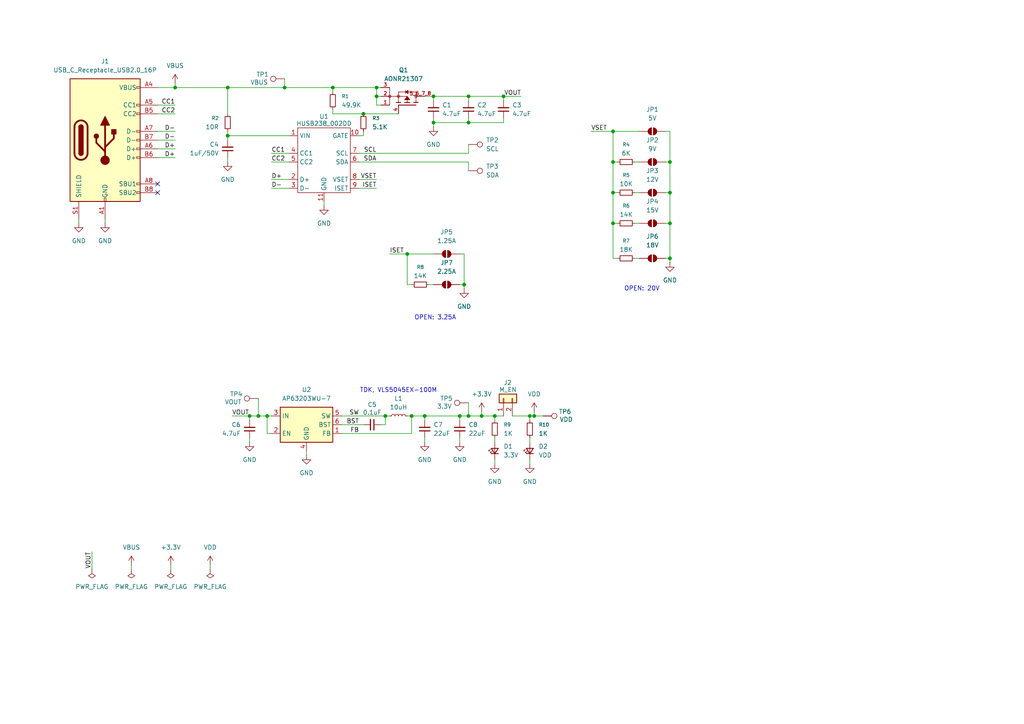
<source format=kicad_sch>
(kicad_sch (version 20250114) (generator "eeschema") (generator_version "9.0")
  (paper "A4")
  (lib_symbols
    (symbol "AONR21307:AONR21307" (pin_names (offset 1.016))
      (property "Reference" "Q" (at 5.08 0.381 0))
      (property "Value" "AONR21307" (at 5.08 -2.159 0))
      (symbol "AONR21307_0_0"
        (polyline (pts (xy 0 5.08) (xy 5.08 5.08)) (stroke (width 0.1524)))
        (polyline (pts (xy 0 -2.54) (xy 0 2.54)) (stroke (width 0.254)))
        (polyline (pts (xy 0.762 2.54) (xy 0.762 3.175)) (stroke (width 0.254)))
        (polyline (pts (xy 0.762 1.905) (xy 0.762 2.54)) (stroke (width 0.254)))
        (polyline (pts (xy 0.762 0) (xy 0.762 0.762)) (stroke (width 0.254)))
        (polyline (pts (xy 0.762 0) (xy 2.54 0)) (stroke (width 0.1524)))
        (polyline (pts (xy 0.762 -0.762) (xy 0.762 0)) (stroke (width 0.254)))
        (polyline (pts (xy 0.762 -2.54) (xy 0.762 -1.905)) (stroke (width 0.254)))
        (polyline (pts (xy 0.762 -2.54) (xy 3.81 -2.54)) (stroke (width 0.1524)))
        (polyline (pts (xy 0.762 -3.175) (xy 0.762 -2.54)) (stroke (width 0.254)))
        (polyline (pts (xy 2.54 5.08) (xy 2.54 2.54)) (stroke (width 0.1524)))
        (circle (center 2.54 5.08) (radius 0.3592))
        (polyline (pts (xy 2.54 2.54) (xy 0.762 2.54)) (stroke (width 0.1524)))
        (polyline (pts (xy 2.54 2.54) (xy 3.81 2.54)) (stroke (width 0.1524)))
        (circle (center 2.54 2.54) (radius 0.3592))
        (polyline (pts (xy 2.54 0) (xy 2.54 2.54)) (stroke (width 0.1524)))
        (polyline (pts (xy 2.54 0) (xy 1.524 0.762) (xy 1.524 -0.762) (xy 2.54 0)) (stroke (width 0.1524)) (fill (type outline)))
        (circle (center 2.54 -2.54) (radius 0.3592))
        (polyline (pts (xy 3.302 0.508) (xy 4.318 0.508)) (stroke (width 0.1524)))
        (polyline (pts (xy 3.81 0.508) (xy 4.318 -0.254) (xy 3.302 -0.254) (xy 3.81 0.508)) (stroke (width 0.1524)) (fill (type outline)))
        (polyline (pts (xy 3.81 -2.54) (xy 3.81 2.54)) (stroke (width 0.1524)))
        (pin passive line (at -2.54 2.54 0) (length 2.54) (name "~") (number "4"))
        (pin passive line (at 0 7.62 270) (length 2.54) (name "~") (number "1"))
        (pin passive line (at 2.54 7.62 270) (length 2.54) (name "~") (number "2"))
        (pin passive line (at 2.54 -5.08 90) (length 2.54) (name "~") (number "5_6_7_8"))
        (pin passive line (at 5.08 7.62 270) (length 2.54) (name "~") (number "3"))
      )
    )
    (symbol "Connector:TestPoint" (pin_numbers (hide yes)) (pin_names (offset 0.762) (hide yes))
      (property "Reference" "TP" (at 0 6.858 0))
      (property "Value" "TestPoint" (at 0 5.08 0))
      (symbol "TestPoint_0_1"
        (circle (center 0 3.302) (radius 0.762))
      )
      (symbol "TestPoint_1_1"
        (pin passive line (at 0 0 90) (length 2.54) (name "1") (number "1"))
      )
    )
    (symbol "Connector:USB_C_Receptacle_USB2.0_16P" (pin_names (offset 1.016))
      (property "Reference" "J" (at 0 22.225 0))
      (property "Value" "USB_C_Receptacle_USB2.0_16P" (at 0 19.685 0))
      (symbol "USB_C_Receptacle_USB2.0_16P_0_0"
        (rectangle (start -0.254 -17.78) (end 0.254 -16.764))
        (rectangle (start 10.16 15.494) (end 9.144 14.986))
        (rectangle (start 10.16 10.414) (end 9.144 9.906))
        (rectangle (start 10.16 7.874) (end 9.144 7.366))
        (rectangle (start 10.16 2.794) (end 9.144 2.286))
        (rectangle (start 10.16 0.254) (end 9.144 -0.254))
        (rectangle (start 10.16 -2.286) (end 9.144 -2.794))
        (rectangle (start 10.16 -4.826) (end 9.144 -5.334))
        (rectangle (start 10.16 -12.446) (end 9.144 -12.954))
        (rectangle (start 10.16 -14.986) (end 9.144 -15.494))
      )
      (symbol "USB_C_Receptacle_USB2.0_16P_0_1"
        (rectangle (start -10.16 17.78) (end 10.16 -17.78) (stroke (width 0.254)) (fill (type background)))
        (polyline (pts (xy -8.89 -3.81) (xy -8.89 3.81)) (stroke (width 0.508)))
        (rectangle (start -7.62 -3.81) (end -6.35 3.81) (stroke (width 0.254)) (fill (type outline)))
        (arc (start -7.62 3.81) (mid -6.985 4.4423) (end -6.35 3.81) (stroke (width 0.254)))
        (arc (start -7.62 3.81) (mid -6.985 4.4423) (end -6.35 3.81) (stroke (width 0.254)) (fill (type outline)))
        (arc (start -8.89 3.81) (mid -6.985 5.7067) (end -5.08 3.81) (stroke (width 0.508)))
        (arc (start -5.08 -3.81) (mid -6.985 -5.7067) (end -8.89 -3.81) (stroke (width 0.508)))
        (arc (start -6.35 -3.81) (mid -6.985 -4.4423) (end -7.62 -3.81) (stroke (width 0.254)))
        (arc (start -6.35 -3.81) (mid -6.985 -4.4423) (end -7.62 -3.81) (stroke (width 0.254)) (fill (type outline)))
        (polyline (pts (xy -5.08 3.81) (xy -5.08 -3.81)) (stroke (width 0.508)))
        (circle (center -2.54 1.143) (radius 0.635) (stroke (width 0.254)) (fill (type outline)))
        (polyline (pts (xy -1.27 4.318) (xy 0 6.858) (xy 1.27 4.318) (xy -1.27 4.318)) (stroke (width 0.254)) (fill (type outline)))
        (polyline (pts (xy 0 -2.032) (xy 2.54 0.508) (xy 2.54 1.778)) (stroke (width 0.508)))
        (polyline (pts (xy 0 -3.302) (xy -2.54 -0.762) (xy -2.54 0.508)) (stroke (width 0.508)))
        (polyline (pts (xy 0 -5.842) (xy 0 4.318)) (stroke (width 0.508)))
        (circle (center 0 -5.842) (radius 1.27) (fill (type outline)))
        (rectangle (start 1.905 1.778) (end 3.175 3.048) (stroke (width 0.254)) (fill (type outline)))
      )
      (symbol "USB_C_Receptacle_USB2.0_16P_1_1"
        (pin passive line (at -7.62 -22.86 90) (length 5.08) (name "SHIELD") (number "S1"))
        (pin passive line (at 0 -22.86 90) (length 5.08) (name "GND") (number "A1"))
        (pin passive line (at 0 -22.86 90) (length 5.08) (hide yes) (name "GND") (number "A12"))
        (pin passive line (at 0 -22.86 90) (length 5.08) (hide yes) (name "GND") (number "B1"))
        (pin passive line (at 0 -22.86 90) (length 5.08) (hide yes) (name "GND") (number "B12"))
        (pin passive line (at 15.24 15.24 180) (length 5.08) (name "VBUS") (number "A4"))
        (pin passive line (at 15.24 15.24 180) (length 5.08) (hide yes) (name "VBUS") (number "A9"))
        (pin passive line (at 15.24 15.24 180) (length 5.08) (hide yes) (name "VBUS") (number "B4"))
        (pin passive line (at 15.24 15.24 180) (length 5.08) (hide yes) (name "VBUS") (number "B9"))
        (pin bidirectional line (at 15.24 10.16 180) (length 5.08) (name "CC1") (number "A5"))
        (pin bidirectional line (at 15.24 7.62 180) (length 5.08) (name "CC2") (number "B5"))
        (pin bidirectional line (at 15.24 2.54 180) (length 5.08) (name "D-") (number "A7"))
        (pin bidirectional line (at 15.24 0 180) (length 5.08) (name "D-") (number "B7"))
        (pin bidirectional line (at 15.24 -2.54 180) (length 5.08) (name "D+") (number "A6"))
        (pin bidirectional line (at 15.24 -5.08 180) (length 5.08) (name "D+") (number "B6"))
        (pin bidirectional line (at 15.24 -12.7 180) (length 5.08) (name "SBU1") (number "A8"))
        (pin bidirectional line (at 15.24 -15.24 180) (length 5.08) (name "SBU2") (number "B8"))
      )
    )
    (symbol "Connector_Generic:Conn_01x02" (pin_names (offset 1.016) (hide yes))
      (property "Reference" "J" (at 0 2.54 0))
      (property "Value" "Conn_01x02" (at 0 -5.08 0))
      (symbol "Conn_01x02_1_1"
        (rectangle (start -1.27 1.27) (end 1.27 -3.81) (stroke (width 0.254)) (fill (type background)))
        (rectangle (start -1.27 0.127) (end 0 -0.127) (stroke (width 0.1524)))
        (rectangle (start -1.27 -2.413) (end 0 -2.667) (stroke (width 0.1524)))
        (pin passive line (at -5.08 0 0) (length 3.81) (name "Pin_1") (number "1"))
        (pin passive line (at -5.08 -2.54 0) (length 3.81) (name "Pin_2") (number "2"))
      )
    )
    (symbol "Device:C_Small" (pin_numbers (hide yes)) (pin_names (offset 0.254) (hide yes))
      (property "Reference" "C" (at 0.254 1.778 0))
      (property "Value" "C_Small" (at 0.254 -2.032 0))
      (symbol "C_Small_0_1"
        (polyline (pts (xy -1.524 0.508) (xy 1.524 0.508)) (stroke (width 0.3048)))
        (polyline (pts (xy -1.524 -0.508) (xy 1.524 -0.508)) (stroke (width 0.3302)))
      )
      (symbol "C_Small_1_1"
        (pin passive line (at 0 2.54 270) (length 2.032) (name "~") (number "1"))
        (pin passive line (at 0 -2.54 90) (length 2.032) (name "~") (number "2"))
      )
    )
    (symbol "Device:LED_Small" (pin_numbers (hide yes)) (pin_names (offset 0.254) (hide yes))
      (property "Reference" "D" (at -1.27 3.175 0))
      (property "Value" "LED_Small" (at -4.445 -2.54 0))
      (symbol "LED_Small_0_1"
        (polyline (pts (xy -0.762 -1.016) (xy -0.762 1.016)) (stroke (width 0.254)))
        (polyline (pts (xy 0 0.762) (xy -0.508 1.27) (xy -0.254 1.27) (xy -0.508 1.27) (xy -0.508 1.016)))
        (polyline (pts (xy 0.508 1.27) (xy 0 1.778) (xy 0.254 1.778) (xy 0 1.778) (xy 0 1.524)))
        (polyline (pts (xy 0.762 -1.016) (xy -0.762 0) (xy 0.762 1.016) (xy 0.762 -1.016)) (stroke (width 0.254)))
        (polyline (pts (xy 1.016 0) (xy -0.762 0)))
      )
      (symbol "LED_Small_1_1"
        (pin passive line (at -2.54 0 0) (length 1.778) (name "K") (number "1"))
        (pin passive line (at 2.54 0 180) (length 1.778) (name "A") (number "2"))
      )
    )
    (symbol "Device:L_Small" (pin_numbers (hide yes)) (pin_names (offset 0.254) (hide yes))
      (property "Reference" "L" (at 0.762 1.016 0))
      (property "Value" "L_Small" (at 0.762 -1.016 0))
      (symbol "L_Small_0_1"
        (arc (start 0 2.032) (mid 0.5058 1.524) (end 0 1.016))
        (arc (start 0 1.016) (mid 0.5058 0.508) (end 0 0))
        (arc (start 0 0) (mid 0.5058 -0.508) (end 0 -1.016))
        (arc (start 0 -1.016) (mid 0.5058 -1.524) (end 0 -2.032))
      )
      (symbol "L_Small_1_1"
        (pin passive line (at 0 2.54 270) (length 0.508) (name "~") (number "1"))
        (pin passive line (at 0 -2.54 90) (length 0.508) (name "~") (number "2"))
      )
    )
    (symbol "Device:R_Small" (pin_numbers (hide yes)) (pin_names (offset 0.254) (hide yes))
      (property "Reference" "R" (at 0 0 90))
      (property "Value" "R_Small" (at 1.778 0 90))
      (symbol "R_Small_0_1"
        (rectangle (start -0.762 1.778) (end 0.762 -1.778) (stroke (width 0.2032)))
      )
      (symbol "R_Small_1_1"
        (pin passive line (at 0 2.54 270) (length 0.762) (name "~") (number "1"))
        (pin passive line (at 0 -2.54 90) (length 0.762) (name "~") (number "2"))
      )
    )
    (symbol "HUSB238_002DD:HUSB238_002DD"
      (property "Reference" "U" (at 0 12.446 0))
      (property "Value" "HUSB238_002DD" (at 0 10.16 0))
      (symbol "HUSB238_002DD_0_1"
        (rectangle (start -7.62 8.636) (end 7.62 -10.16))
      )
      (symbol "HUSB238_002DD_1_1"
        (pin input line (at -10.16 6.35 0) (length 2.54) (name "VIN") (number "1"))
        (pin input line (at -10.16 1.27 0) (length 2.54) (name "CC1") (number "4"))
        (pin input line (at -10.16 -1.27 0) (length 2.54) (name "CC2") (number "5"))
        (pin input line (at -10.16 -6.35 0) (length 2.54) (name "D+") (number "2"))
        (pin input line (at -10.16 -8.89 0) (length 2.54) (name "D-") (number "3"))
        (pin input line (at 0 -12.7 90) (length 2.54) (name "GND") (number "11"))
        (pin input line (at 10.16 6.35 180) (length 2.54) (name "GATE") (number "10"))
        (pin input line (at 10.16 1.27 180) (length 2.54) (name "SCL") (number "7"))
        (pin input line (at 10.16 -1.27 180) (length 2.54) (name "SDA") (number "6"))
        (pin input line (at 10.16 -6.35 180) (length 2.54) (name "VSET") (number "8"))
        (pin input line (at 10.16 -8.89 180) (length 2.54) (name "ISET") (number "9"))
      )
    )
    (symbol "Jumper:SolderJumper_2_Open" (pin_numbers (hide yes)) (pin_names (offset 0) (hide yes)) (in_bom no)
      (property "Reference" "JP" (at 0 2.032 0))
      (property "Value" "SolderJumper_2_Open" (at 0 -2.54 0))
      (symbol "SolderJumper_2_Open_0_1"
        (polyline (pts (xy -0.254 1.016) (xy -0.254 -1.016)))
        (arc (start -0.254 -1.016) (mid -1.2656 0) (end -0.254 1.016))
        (arc (start -0.254 -1.016) (mid -1.2656 0) (end -0.254 1.016) (fill (type outline)))
        (arc (start 0.254 1.016) (mid 1.2656 0) (end 0.254 -1.016))
        (arc (start 0.254 1.016) (mid 1.2656 0) (end 0.254 -1.016) (fill (type outline)))
        (polyline (pts (xy 0.254 1.016) (xy 0.254 -1.016)))
      )
      (symbol "SolderJumper_2_Open_1_1"
        (pin passive line (at -3.81 0 0) (length 2.54) (name "A") (number "1"))
        (pin passive line (at 3.81 0 180) (length 2.54) (name "B") (number "2"))
      )
    )
    (symbol "Regulator_Switching:AP63203WU"
      (property "Reference" "U" (at -7.62 6.35 0))
      (property "Value" "AP63203WU" (at 2.54 6.35 0))
      (symbol "AP63203WU_0_1"
        (rectangle (start -7.62 5.08) (end 7.62 -5.08) (stroke (width 0.254)) (fill (type background)))
      )
      (symbol "AP63203WU_1_1"
        (pin power_in line (at -10.16 2.54 0) (length 2.54) (name "IN") (number "3"))
        (pin input line (at -10.16 -2.54 0) (length 2.54) (name "EN") (number "2"))
        (pin power_in line (at 0 -7.62 90) (length 2.54) (name "GND") (number "4"))
        (pin output line (at 10.16 2.54 180) (length 2.54) (name "SW") (number "5"))
        (pin passive line (at 10.16 0 180) (length 2.54) (name "BST") (number "6"))
        (pin input line (at 10.16 -2.54 180) (length 2.54) (name "FB") (number "1"))
      )
    )
    (symbol "power:+3.3V" (power) (pin_numbers (hide yes)) (pin_names (offset 0) (hide yes))
      (property "Value" "+3.3V" (at 0 3.556 0))
      (symbol "+3.3V_0_1"
        (polyline (pts (xy -0.762 1.27) (xy 0 2.54)))
        (polyline (pts (xy 0 2.54) (xy 0.762 1.27)))
        (polyline (pts (xy 0 0) (xy 0 2.54)))
      )
      (symbol "+3.3V_1_1"
        (pin power_in line (at 0 0 90) (length 0) (name "~") (number "1"))
      )
    )
    (symbol "power:GND" (power) (pin_numbers (hide yes)) (pin_names (offset 0) (hide yes))
      (property "Value" "GND" (at 0 -3.81 0))
      (symbol "GND_0_1"
        (polyline (pts (xy 0 0) (xy 0 -1.27) (xy 1.27 -1.27) (xy 0 -2.54) (xy -1.27 -1.27) (xy 0 -1.27)))
      )
      (symbol "GND_1_1"
        (pin power_in line (at 0 0 270) (length 0) (name "~") (number "1"))
      )
    )
    (symbol "power:PWR_FLAG" (power) (pin_numbers (hide yes)) (pin_names (offset 0) (hide yes))
      (property "Value" "PWR_FLAG" (at 0 3.81 0))
      (symbol "PWR_FLAG_0_0"
        (pin power_out line (at 0 0 90) (length 0) (name "~") (number "1"))
      )
      (symbol "PWR_FLAG_0_1"
        (polyline (pts (xy 0 0) (xy 0 1.27) (xy -1.016 1.905) (xy 0 2.54) (xy 1.016 1.905) (xy 0 1.27)))
      )
    )
    (symbol "power:VBUS" (power) (pin_numbers (hide yes)) (pin_names (offset 0) (hide yes))
      (property "Value" "VBUS" (at 0 3.556 0))
      (symbol "VBUS_0_1"
        (polyline (pts (xy -0.762 1.27) (xy 0 2.54)))
        (polyline (pts (xy 0 2.54) (xy 0.762 1.27)))
        (polyline (pts (xy 0 0) (xy 0 2.54)))
      )
      (symbol "VBUS_1_1"
        (pin power_in line (at 0 0 90) (length 0) (name "~") (number "1"))
      )
    )
    (symbol "power:VDD" (power) (pin_numbers (hide yes)) (pin_names (offset 0) (hide yes))
      (property "Value" "VDD" (at 0 3.556 0))
      (symbol "VDD_0_1"
        (polyline (pts (xy -0.762 1.27) (xy 0 2.54)))
        (polyline (pts (xy 0 2.54) (xy 0.762 1.27)))
        (polyline (pts (xy 0 0) (xy 0 2.54)))
      )
      (symbol "VDD_1_1"
        (pin power_in line (at 0 0 90) (length 0) (name "~") (number "1"))
      )
    )
  )
  (text "OPEN: 20V" (at 186.182 83.82 0) (effects (font (size 1.27 1.27))))
  (text "TDK, VLS5045EX-100M" (at 115.57 113.284 0) (effects (font (size 1.27 1.27))))
  (text "OPEN: 3.25A" (at 126.238 92.202 0) (effects (font (size 1.27 1.27))))
  (junction (at 123.19 120.65))
  (junction (at 118.11 73.66))
  (junction (at 154.94 120.65))
  (junction (at 66.04 39.37))
  (junction (at 50.8 25.4))
  (junction (at 82.55 25.4))
  (junction (at 105.41 33.02))
  (junction (at 77.47 120.65))
  (junction (at 153.67 120.65))
  (junction (at 135.89 120.65))
  (junction (at 194.31 55.88))
  (junction (at 133.35 120.65))
  (junction (at 66.04 25.4))
  (junction (at 177.8 55.88))
  (junction (at 74.93 120.65))
  (junction (at 135.89 35.56))
  (junction (at 143.51 120.65))
  (junction (at 125.73 35.56))
  (junction (at 134.62 82.55))
  (junction (at 111.76 120.65))
  (junction (at 119.38 120.65))
  (junction (at 194.31 46.99))
  (junction (at 125.73 27.94))
  (junction (at 194.31 64.77))
  (junction (at 194.31 74.93))
  (junction (at 72.39 120.65))
  (junction (at 177.8 46.99))
  (junction (at 139.7 120.65))
  (junction (at 109.22 27.94))
  (junction (at 135.89 27.94))
  (junction (at 109.22 25.4))
  (junction (at 177.8 64.77))
  (junction (at 177.8 38.1))
  (junction (at 96.52 25.4))
  (junction (at 146.05 27.94))
  (no_connect (at 45.72 55.88))
  (no_connect (at 45.72 53.34))
  (wire (pts (xy 125.73 34.29) (xy 125.73 35.56)))
  (wire (pts (xy 45.72 43.18) (xy 50.8 43.18)))
  (wire (pts (xy 194.31 74.93) (xy 194.31 76.2)))
  (wire (pts (xy 60.96 163.83) (xy 60.96 165.1)))
  (wire (pts (xy 105.41 38.1) (xy 105.41 39.37)))
  (wire (pts (xy 50.8 25.4) (xy 66.04 25.4)))
  (wire (pts (xy 111.76 123.19) (xy 111.76 120.65)))
  (wire (pts (xy 193.04 74.93) (xy 194.31 74.93)))
  (wire (pts (xy 118.11 73.66) (xy 113.03 73.66)))
  (wire (pts (xy 110.49 123.19) (xy 111.76 123.19)))
  (wire (pts (xy 110.49 30.48) (xy 109.22 30.48)))
  (wire (pts (xy 194.31 55.88) (xy 194.31 64.77)))
  (wire (pts (xy 134.62 73.66) (xy 134.62 82.55)))
  (wire (pts (xy 111.76 120.65) (xy 113.03 120.65)))
  (wire (pts (xy 146.05 35.56) (xy 146.05 34.29)))
  (wire (pts (xy 45.72 38.1) (xy 50.8 38.1)))
  (wire (pts (xy 38.1 163.83) (xy 38.1 165.1)))
  (wire (pts (xy 194.31 46.99) (xy 194.31 55.88)))
  (wire (pts (xy 110.49 27.94) (xy 109.22 27.94)))
  (wire (pts (xy 77.47 125.73) (xy 77.47 120.65)))
  (wire (pts (xy 146.05 27.94) (xy 151.13 27.94)))
  (wire (pts (xy 83.82 46.99) (xy 78.74 46.99)))
  (wire (pts (xy 96.52 33.02) (xy 96.52 31.75)))
  (wire (pts (xy 125.73 35.56) (xy 135.89 35.56)))
  (wire (pts (xy 66.04 39.37) (xy 66.04 40.64)))
  (wire (pts (xy 153.67 127) (xy 153.67 128.27)))
  (wire (pts (xy 179.07 64.77) (xy 177.8 64.77)))
  (wire (pts (xy 45.72 45.72) (xy 50.8 45.72)))
  (wire (pts (xy 143.51 133.35) (xy 143.51 134.62)))
  (wire (pts (xy 45.72 30.48) (xy 50.8 30.48)))
  (wire (pts (xy 177.8 38.1) (xy 185.42 38.1)))
  (wire (pts (xy 135.89 35.56) (xy 146.05 35.56)))
  (wire (pts (xy 99.06 120.65) (xy 111.76 120.65)))
  (wire (pts (xy 26.67 165.1) (xy 26.67 160.02)))
  (wire (pts (xy 118.11 120.65) (xy 119.38 120.65)))
  (wire (pts (xy 125.73 27.94) (xy 125.73 29.21)))
  (wire (pts (xy 99.06 125.73) (xy 119.38 125.73)))
  (wire (pts (xy 125.73 27.94) (xy 135.89 27.94)))
  (wire (pts (xy 153.67 133.35) (xy 153.67 134.62)))
  (wire (pts (xy 119.38 120.65) (xy 119.38 125.73)))
  (wire (pts (xy 134.62 82.55) (xy 134.62 83.82)))
  (wire (pts (xy 133.35 82.55) (xy 134.62 82.55)))
  (wire (pts (xy 72.39 120.65) (xy 72.39 121.92)))
  (wire (pts (xy 153.67 120.65) (xy 153.67 121.92)))
  (wire (pts (xy 154.94 119.38) (xy 154.94 120.65)))
  (wire (pts (xy 177.8 38.1) (xy 177.8 46.99)))
  (wire (pts (xy 179.07 74.93) (xy 177.8 74.93)))
  (wire (pts (xy 193.04 64.77) (xy 194.31 64.77)))
  (wire (pts (xy 96.52 26.67) (xy 96.52 25.4)))
  (wire (pts (xy 50.8 24.13) (xy 50.8 25.4)))
  (wire (pts (xy 104.14 46.99) (xy 135.89 46.99)))
  (wire (pts (xy 49.53 163.83) (xy 49.53 165.1)))
  (wire (pts (xy 105.41 39.37) (xy 104.14 39.37)))
  (wire (pts (xy 177.8 46.99) (xy 177.8 55.88)))
  (wire (pts (xy 83.82 44.45) (xy 78.74 44.45)))
  (wire (pts (xy 154.94 120.65) (xy 157.48 120.65)))
  (wire (pts (xy 77.47 120.65) (xy 78.74 120.65)))
  (wire (pts (xy 193.04 46.99) (xy 194.31 46.99)))
  (wire (pts (xy 194.31 64.77) (xy 194.31 74.93)))
  (wire (pts (xy 184.15 74.93) (xy 185.42 74.93)))
  (wire (pts (xy 171.45 38.1) (xy 177.8 38.1)))
  (wire (pts (xy 133.35 121.92) (xy 133.35 120.65)))
  (wire (pts (xy 83.82 52.07) (xy 78.74 52.07)))
  (wire (pts (xy 133.35 120.65) (xy 123.19 120.65)))
  (wire (pts (xy 154.94 120.65) (xy 153.67 120.65)))
  (wire (pts (xy 135.89 27.94) (xy 135.89 29.21)))
  (wire (pts (xy 143.51 120.65) (xy 139.7 120.65)))
  (wire (pts (xy 83.82 54.61) (xy 78.74 54.61)))
  (wire (pts (xy 72.39 127) (xy 72.39 128.27)))
  (wire (pts (xy 125.73 35.56) (xy 125.73 36.83)))
  (wire (pts (xy 109.22 25.4) (xy 110.49 25.4)))
  (wire (pts (xy 153.67 120.65) (xy 148.59 120.65)))
  (wire (pts (xy 135.89 120.65) (xy 133.35 120.65)))
  (wire (pts (xy 82.55 22.86) (xy 82.55 25.4)))
  (wire (pts (xy 118.11 73.66) (xy 118.11 82.55)))
  (wire (pts (xy 104.14 52.07) (xy 109.22 52.07)))
  (wire (pts (xy 123.19 127) (xy 123.19 128.27)))
  (wire (pts (xy 146.05 120.65) (xy 143.51 120.65)))
  (wire (pts (xy 139.7 119.38) (xy 139.7 120.65)))
  (wire (pts (xy 146.05 27.94) (xy 146.05 29.21)))
  (wire (pts (xy 78.74 125.73) (xy 77.47 125.73)))
  (wire (pts (xy 133.35 73.66) (xy 134.62 73.66)))
  (wire (pts (xy 74.93 120.65) (xy 72.39 120.65)))
  (wire (pts (xy 77.47 120.65) (xy 74.93 120.65)))
  (wire (pts (xy 66.04 25.4) (xy 66.04 33.02)))
  (wire (pts (xy 66.04 45.72) (xy 66.04 46.99)))
  (wire (pts (xy 99.06 123.19) (xy 105.41 123.19)))
  (wire (pts (xy 109.22 30.48) (xy 109.22 27.94)))
  (wire (pts (xy 45.72 25.4) (xy 50.8 25.4)))
  (wire (pts (xy 133.35 127) (xy 133.35 128.27)))
  (wire (pts (xy 82.55 25.4) (xy 96.52 25.4)))
  (wire (pts (xy 88.9 130.81) (xy 88.9 132.08)))
  (wire (pts (xy 45.72 40.64) (xy 50.8 40.64)))
  (wire (pts (xy 93.98 58.42) (xy 93.98 59.69)))
  (wire (pts (xy 143.51 120.65) (xy 143.51 121.92)))
  (wire (pts (xy 105.41 33.02) (xy 115.57 33.02)))
  (wire (pts (xy 96.52 33.02) (xy 105.41 33.02)))
  (wire (pts (xy 104.14 44.45) (xy 135.89 44.45)))
  (wire (pts (xy 194.31 38.1) (xy 194.31 46.99)))
  (wire (pts (xy 135.89 27.94) (xy 146.05 27.94)))
  (wire (pts (xy 184.15 55.88) (xy 185.42 55.88)))
  (wire (pts (xy 74.93 115.57) (xy 74.93 120.65)))
  (wire (pts (xy 66.04 25.4) (xy 82.55 25.4)))
  (wire (pts (xy 22.86 63.5) (xy 22.86 64.77)))
  (wire (pts (xy 135.89 44.45) (xy 135.89 41.91)))
  (wire (pts (xy 184.15 46.99) (xy 185.42 46.99)))
  (wire (pts (xy 179.07 55.88) (xy 177.8 55.88)))
  (wire (pts (xy 66.04 39.37) (xy 83.82 39.37)))
  (wire (pts (xy 139.7 120.65) (xy 135.89 120.65)))
  (wire (pts (xy 66.04 38.1) (xy 66.04 39.37)))
  (wire (pts (xy 193.04 38.1) (xy 194.31 38.1)))
  (wire (pts (xy 119.38 82.55) (xy 118.11 82.55)))
  (wire (pts (xy 179.07 46.99) (xy 177.8 46.99)))
  (wire (pts (xy 96.52 25.4) (xy 109.22 25.4)))
  (wire (pts (xy 109.22 25.4) (xy 109.22 27.94)))
  (wire (pts (xy 124.46 82.55) (xy 125.73 82.55)))
  (wire (pts (xy 193.04 55.88) (xy 194.31 55.88)))
  (wire (pts (xy 72.39 120.65) (xy 67.31 120.65)))
  (wire (pts (xy 184.15 64.77) (xy 185.42 64.77)))
  (wire (pts (xy 135.89 116.84) (xy 135.89 120.65)))
  (wire (pts (xy 143.51 127) (xy 143.51 128.27)))
  (wire (pts (xy 30.48 63.5) (xy 30.48 64.77)))
  (wire (pts (xy 45.72 33.02) (xy 50.8 33.02)))
  (wire (pts (xy 177.8 74.93) (xy 177.8 64.77)))
  (wire (pts (xy 135.89 46.99) (xy 135.89 49.53)))
  (wire (pts (xy 104.14 54.61) (xy 109.22 54.61)))
  (wire (pts (xy 118.11 73.66) (xy 125.73 73.66)))
  (wire (pts (xy 135.89 34.29) (xy 135.89 35.56)))
  (wire (pts (xy 123.19 27.94) (xy 125.73 27.94)))
  (wire (pts (xy 123.19 121.92) (xy 123.19 120.65)))
  (wire (pts (xy 123.19 120.65) (xy 119.38 120.65)))
  (wire (pts (xy 177.8 55.88) (xy 177.8 64.77)))
  (label "CC2" (at 50.8 33.02 180))
  (label "VSET" (at 171.45 38.1 0))
  (label "D+" (at 50.8 45.72 180))
  (label "SDA" (at 109.22 46.99 180))
  (label "D+" (at 78.74 52.07 0))
  (label "ISET" (at 113.03 73.66 0))
  (label "D-" (at 50.8 38.1 180))
  (label "SCL" (at 109.22 44.45 180))
  (label "VOUT" (at 67.31 120.65 0))
  (label "CC2" (at 78.74 46.99 0))
  (label "SW" (at 104.14 120.65 180))
  (label "CC1" (at 50.8 30.48 180))
  (label "VOUT" (at 151.13 27.94 180))
  (label "ISET" (at 109.22 54.61 180))
  (label "D-" (at 78.74 54.61 0))
  (label "BST" (at 104.14 123.19 180))
  (label "D-" (at 50.8 40.64 180))
  (label "CC1" (at 78.74 44.45 0))
  (label "FB" (at 104.14 125.73 180))
  (label "VSET" (at 109.22 52.07 180))
  (label "VOUT" (at 26.67 160.02 270))
  (label "D+" (at 50.8 43.18 180))
  (symbol (lib_id "Jumper:SolderJumper_2_Open") (at 189.23 64.77 0) (unit 1) (in_bom no)
    (property "Reference" "JP4" (at 189.23 58.42 0))
    (property "Value" "15V" (at 189.23 60.96 0))
    (property "Footprint" "Jumper:SolderJumper-2_P1.3mm_Open_RoundedPad1.0x1.5mm" (effects (hide yes)))
    (property "Description" "Solder Jumper, 2-pole, open" (effects (hide yes)))
  )
  (symbol (lib_id "power:GND") (at 134.62 83.82 0) (unit 1)
    (property "Reference" "#PWR08" (effects (hide yes)))
    (property "Value" "GND" (at 134.62 88.9 0))
    (property "Description" "Power symbol creates a global label with name \"GND\" , ground" (effects (hide yes)))
  )
  (symbol (lib_id "Device:R_Small") (at 153.67 124.46 180) (unit 1)
    (property "Reference" "R10" (at 156.21 123.1899 0) (effects (font (size 1.016 1.016)) (justify right)))
    (property "Value" "1K" (at 156.21 125.7299 0) (effects (justify right)))
    (property "Footprint" "Resistor_SMD:R_0603_1608Metric_Pad0.98x0.95mm_HandSolder" (effects (hide yes)))
    (property "Description" "Resistor, small symbol" (effects (hide yes)))
  )
  (symbol (lib_id "Device:R_Small") (at 96.52 29.21 180) (unit 1)
    (property "Reference" "R1" (at 99.06 27.9399 0) (effects (font (size 1.016 1.016)) (justify right)))
    (property "Value" "49.9K" (at 99.06 30.4799 0) (effects (justify right)))
    (property "Footprint" "Resistor_SMD:R_0603_1608Metric_Pad0.98x0.95mm_HandSolder" (effects (hide yes)))
    (property "Description" "Resistor, small symbol" (effects (hide yes)))
  )
  (symbol (lib_id "power:PWR_FLAG") (at 60.96 165.1 180) (unit 1)
    (property "Reference" "#FLG04" (effects (hide yes)))
    (property "Value" "PWR_FLAG" (at 60.96 170.18 0))
    (property "Description" "Special symbol for telling ERC where power comes from" (effects (hide yes)))
  )
  (symbol (lib_id "Device:LED_Small") (at 143.51 130.81 90) (unit 1)
    (property "Reference" "D1" (at 146.05 129.4764 90) (effects (justify right)))
    (property "Value" "3.3V" (at 146.05 132.0164 90) (effects (justify right)))
    (property "Footprint" "LED_SMD:LED_0603_1608Metric_Pad1.05x0.95mm_HandSolder" (effects (hide yes)))
    (property "Description" "Light emitting diode, small symbol" (effects (hide yes)))
    (property "Sim.Pin" "1=K 2=A" (effects (hide yes)))
  )
  (symbol (lib_id "power:PWR_FLAG") (at 26.67 165.1 180) (unit 1)
    (property "Reference" "#FLG01" (effects (hide yes)))
    (property "Value" "PWR_FLAG" (at 26.67 170.18 0))
    (property "Description" "Special symbol for telling ERC where power comes from" (effects (hide yes)))
  )
  (symbol (lib_id "Jumper:SolderJumper_2_Open") (at 129.54 73.66 0) (unit 1) (in_bom no)
    (property "Reference" "JP5" (at 129.54 67.31 0))
    (property "Value" "1.25A" (at 129.54 69.85 0))
    (property "Footprint" "Jumper:SolderJumper-2_P1.3mm_Open_RoundedPad1.0x1.5mm" (effects (hide yes)))
    (property "Description" "Solder Jumper, 2-pole, open" (effects (hide yes)))
  )
  (symbol (lib_id "power:GND") (at 30.48 64.77 0) (unit 1)
    (property "Reference" "#PWR06" (effects (hide yes)))
    (property "Value" "GND" (at 30.48 69.85 0))
    (property "Description" "Power symbol creates a global label with name \"GND\" , ground" (effects (hide yes)))
  )
  (symbol (lib_id "Jumper:SolderJumper_2_Open") (at 129.54 82.55 0) (unit 1) (in_bom no)
    (property "Reference" "JP7" (at 129.54 76.2 0))
    (property "Value" "2.25A" (at 129.54 78.74 0))
    (property "Footprint" "Jumper:SolderJumper-2_P1.3mm_Open_RoundedPad1.0x1.5mm" (effects (hide yes)))
    (property "Description" "Solder Jumper, 2-pole, open" (effects (hide yes)))
  )
  (symbol (lib_id "power:GND") (at 133.35 128.27 0) (unit 1)
    (property "Reference" "#PWR013" (effects (hide yes)))
    (property "Value" "GND" (at 133.35 133.35 0))
    (property "Description" "Power symbol creates a global label with name \"GND\" , ground" (effects (hide yes)))
  )
  (symbol (lib_id "power:VDD") (at 154.94 119.38 0) (unit 1)
    (property "Reference" "#PWR010" (effects (hide yes)))
    (property "Value" "VDD" (at 154.94 114.3 0))
    (property "Description" "Power symbol creates a global label with name \"VDD\"" (effects (hide yes)))
  )
  (symbol (lib_id "Jumper:SolderJumper_2_Open") (at 189.23 55.88 0) (unit 1) (in_bom no)
    (property "Reference" "JP3" (at 189.23 49.53 0))
    (property "Value" "12V" (at 189.23 52.07 0))
    (property "Footprint" "Jumper:SolderJumper-2_P1.3mm_Open_RoundedPad1.0x1.5mm" (effects (hide yes)))
    (property "Description" "Solder Jumper, 2-pole, open" (effects (hide yes)))
  )
  (symbol (lib_id "HUSB238_002DD:HUSB238_002DD") (at 93.98 45.72 0) (unit 1)
    (property "Reference" "U1" (at 93.98 33.782 0))
    (property "Value" "HUSB238_002DD" (at 93.98 35.814 0))
    (property "Footprint" "Package_DFN_QFN:DFN-10-1EP_3x3mm_P0.5mm_EP1.65x2.38mm_ThermalVias" (effects (hide yes)))
  )
  (symbol (lib_id "power:GND") (at 22.86 64.77 0) (unit 1)
    (property "Reference" "#PWR05" (effects (hide yes)))
    (property "Value" "GND" (at 22.86 69.85 0))
    (property "Description" "Power symbol creates a global label with name \"GND\" , ground" (effects (hide yes)))
  )
  (symbol (lib_id "power:GND") (at 123.19 128.27 0) (unit 1)
    (property "Reference" "#PWR012" (effects (hide yes)))
    (property "Value" "GND" (at 123.19 133.35 0))
    (property "Description" "Power symbol creates a global label with name \"GND\" , ground" (effects (hide yes)))
  )
  (symbol (lib_id "Device:C_Small") (at 72.39 124.46 0) (mirror x) (unit 1)
    (property "Reference" "C6" (at 69.85 123.1835 0) (effects (justify right)))
    (property "Value" "4.7uF" (at 69.85 125.7235 0) (effects (justify right)))
    (property "Footprint" "Capacitor_SMD:C_0603_1608Metric_Pad1.08x0.95mm_HandSolder" (effects (hide yes)))
    (property "Description" "Unpolarized capacitor, small symbol" (effects (hide yes)))
  )
  (symbol (lib_id "Connector:TestPoint") (at 157.48 120.65 270) (mirror x) (unit 1)
    (property "Reference" "TP6" (at 162.052 119.38 90) (effects (justify left)))
    (property "Value" "VDD" (at 162.306 121.666 90) (effects (justify left)))
    (property "Footprint" "TestPoint:TestPoint_THTPad_1.0x1.0mm_Drill0.5mm" (effects (hide yes)))
    (property "Description" "test point" (effects (hide yes)))
  )
  (symbol (lib_id "Device:R_Small") (at 181.61 46.99 90) (unit 1)
    (property "Reference" "R4" (at 181.61 41.91 90) (effects (font (size 1.016 1.016))))
    (property "Value" "6K" (at 181.61 44.45 90))
    (property "Footprint" "Resistor_SMD:R_0603_1608Metric_Pad0.98x0.95mm_HandSolder" (effects (hide yes)))
    (property "Description" "Resistor, small symbol" (effects (hide yes)))
  )
  (symbol (lib_id "Device:L_Small") (at 115.57 120.65 90) (unit 1)
    (property "Reference" "L1" (at 115.57 115.57 90))
    (property "Value" "10uH" (at 115.57 118.11 90))
    (property "Footprint" "VLS5045EX-100M:VLS5045EX330M" (effects (hide yes)))
    (property "Description" "Inductor, small symbol" (effects (hide yes)))
  )
  (symbol (lib_id "Device:R_Small") (at 181.61 74.93 90) (unit 1)
    (property "Reference" "R7" (at 181.61 69.85 90) (effects (font (size 1.016 1.016))))
    (property "Value" "18K" (at 181.61 72.39 90))
    (property "Footprint" "Resistor_SMD:R_0603_1608Metric_Pad0.98x0.95mm_HandSolder" (effects (hide yes)))
    (property "Description" "Resistor, small symbol" (effects (hide yes)))
  )
  (symbol (lib_id "Device:C_Small") (at 146.05 31.75 180) (unit 1)
    (property "Reference" "C3" (at 148.59 30.4735 0) (effects (justify right)))
    (property "Value" "4.7uF" (at 148.59 33.0135 0) (effects (justify right)))
    (property "Footprint" "Capacitor_SMD:C_0603_1608Metric_Pad1.08x0.95mm_HandSolder" (effects (hide yes)))
    (property "Description" "Unpolarized capacitor, small symbol" (effects (hide yes)))
  )
  (symbol (lib_id "Device:R_Small") (at 121.92 82.55 90) (unit 1)
    (property "Reference" "R8" (at 121.92 77.47 90) (effects (font (size 1.016 1.016))))
    (property "Value" "14K" (at 121.92 80.01 90))
    (property "Footprint" "Resistor_SMD:R_0603_1608Metric_Pad0.98x0.95mm_HandSolder" (effects (hide yes)))
    (property "Description" "Resistor, small symbol" (effects (hide yes)))
  )
  (symbol (lib_id "power:+3.3V") (at 49.53 163.83 0) (unit 1)
    (property "Reference" "#PWR018" (effects (hide yes)))
    (property "Value" "+3.3V" (at 49.53 158.75 0))
    (property "Description" "Power symbol creates a global label with name \"+3.3V\"" (effects (hide yes)))
  )
  (symbol (lib_id "Jumper:SolderJumper_2_Open") (at 189.23 74.93 0) (unit 1) (in_bom no)
    (property "Reference" "JP6" (at 189.23 68.58 0))
    (property "Value" "18V" (at 189.23 71.12 0))
    (property "Footprint" "Jumper:SolderJumper-2_P1.3mm_Open_RoundedPad1.0x1.5mm" (effects (hide yes)))
    (property "Description" "Solder Jumper, 2-pole, open" (effects (hide yes)))
  )
  (symbol (lib_id "Connector_Generic:Conn_01x02") (at 146.05 115.57 90) (unit 1)
    (property "Reference" "J2" (at 146.05 110.998 90) (effects (justify right)))
    (property "Value" "M_EN" (at 147.32 113.03 90))
    (property "Footprint" "Connector_PinSocket_2.54mm:PinSocket_1x02_P2.54mm_Vertical" (effects (hide yes)))
    (property "Description" "Generic connector, single row, 01x02, script generated (kicad-library-utils/schlib/autogen/connector/)" (effects (hide yes)))
  )
  (symbol (lib_id "Jumper:SolderJumper_2_Open") (at 189.23 46.99 0) (unit 1) (in_bom no)
    (property "Reference" "JP2" (at 189.23 40.64 0))
    (property "Value" "9V" (at 189.23 43.18 0))
    (property "Footprint" "Jumper:SolderJumper-2_P1.3mm_Open_RoundedPad1.0x1.5mm" (effects (hide yes)))
    (property "Description" "Solder Jumper, 2-pole, open" (effects (hide yes)))
  )
  (symbol (lib_id "Device:C_Small") (at 135.89 31.75 180) (unit 1)
    (property "Reference" "C2" (at 138.43 30.4735 0) (effects (justify right)))
    (property "Value" "4.7uF" (at 138.43 33.0135 0) (effects (justify right)))
    (property "Footprint" "Capacitor_SMD:C_0603_1608Metric_Pad1.08x0.95mm_HandSolder" (effects (hide yes)))
    (property "Description" "Unpolarized capacitor, small symbol" (effects (hide yes)))
  )
  (symbol (lib_id "power:GND") (at 194.31 76.2 0) (unit 1)
    (property "Reference" "#PWR07" (effects (hide yes)))
    (property "Value" "GND" (at 194.31 81.28 0))
    (property "Description" "Power symbol creates a global label with name \"GND\" , ground" (effects (hide yes)))
  )
  (symbol (lib_id "Connector:TestPoint") (at 135.89 49.53 270) (unit 1)
    (property "Reference" "TP3" (at 140.97 48.2599 90) (effects (justify left)))
    (property "Value" "SDA" (at 140.97 50.7999 90) (effects (justify left)))
    (property "Footprint" "TestPoint:TestPoint_Pad_D1.5mm" (effects (hide yes)))
    (property "Description" "test point" (effects (hide yes)))
  )
  (symbol (lib_id "Connector:TestPoint") (at 74.93 115.57 90) (unit 1)
    (property "Reference" "TP4" (at 70.358 114.3 90) (effects (justify left)))
    (property "Value" "VOUT" (at 70.104 116.586 90) (effects (justify left)))
    (property "Footprint" "TestPoint:TestPoint_THTPad_1.0x1.0mm_Drill0.5mm" (effects (hide yes)))
    (property "Description" "test point" (effects (hide yes)))
  )
  (symbol (lib_id "Connector:TestPoint") (at 135.89 41.91 270) (unit 1)
    (property "Reference" "TP2" (at 140.97 40.6399 90) (effects (justify left)))
    (property "Value" "SCL" (at 140.97 43.1799 90) (effects (justify left)))
    (property "Footprint" "TestPoint:TestPoint_Pad_D1.5mm" (effects (hide yes)))
    (property "Description" "test point" (effects (hide yes)))
  )
  (symbol (lib_id "power:GND") (at 88.9 132.08 0) (unit 1)
    (property "Reference" "#PWR014" (effects (hide yes)))
    (property "Value" "GND" (at 88.9 137.16 0))
    (property "Description" "Power symbol creates a global label with name \"GND\" , ground" (effects (hide yes)))
  )
  (symbol (lib_id "power:PWR_FLAG") (at 38.1 165.1 180) (unit 1)
    (property "Reference" "#FLG02" (effects (hide yes)))
    (property "Value" "PWR_FLAG" (at 38.1 170.18 0))
    (property "Description" "Special symbol for telling ERC where power comes from" (effects (hide yes)))
  )
  (symbol (lib_id "power:PWR_FLAG") (at 49.53 165.1 180) (unit 1)
    (property "Reference" "#FLG03" (effects (hide yes)))
    (property "Value" "PWR_FLAG" (at 49.53 170.18 0))
    (property "Description" "Special symbol for telling ERC where power comes from" (effects (hide yes)))
  )
  (symbol (lib_id "power:GND") (at 125.73 36.83 0) (unit 1)
    (property "Reference" "#PWR02" (effects (hide yes)))
    (property "Value" "GND" (at 125.73 41.91 0))
    (property "Description" "Power symbol creates a global label with name \"GND\" , ground" (effects (hide yes)))
  )
  (symbol (lib_id "Device:C_Small") (at 133.35 124.46 180) (unit 1)
    (property "Reference" "C8" (at 135.89 123.1835 0) (effects (justify right)))
    (property "Value" "22uF" (at 135.89 125.7235 0) (effects (justify right)))
    (property "Footprint" "Capacitor_SMD:C_0603_1608Metric_Pad1.08x0.95mm_HandSolder" (effects (hide yes)))
    (property "Description" "Unpolarized capacitor, small symbol" (effects (hide yes)))
  )
  (symbol (lib_id "Device:C_Small") (at 107.95 123.19 270) (mirror x) (unit 1)
    (property "Reference" "C5" (at 107.95 117.348 90))
    (property "Value" "0.1uF" (at 107.95 119.634 90))
    (property "Footprint" "Capacitor_SMD:C_0603_1608Metric_Pad1.08x0.95mm_HandSolder" (effects (hide yes)))
    (property "Description" "Unpolarized capacitor, small symbol" (effects (hide yes)))
  )
  (symbol (lib_id "Device:R_Small") (at 66.04 35.56 0) (mirror x) (unit 1)
    (property "Reference" "R2" (at 63.5 34.2899 0) (effects (font (size 1.016 1.016)) (justify right)))
    (property "Value" "10R" (at 63.5 36.8299 0) (effects (justify right)))
    (property "Footprint" "Resistor_SMD:R_0603_1608Metric_Pad0.98x0.95mm_HandSolder" (effects (hide yes)))
    (property "Description" "Resistor, small symbol" (effects (hide yes)))
  )
  (symbol (lib_id "Device:C_Small") (at 125.73 31.75 180) (unit 1)
    (property "Reference" "C1" (at 128.27 30.4735 0) (effects (justify right)))
    (property "Value" "4.7uF" (at 128.27 33.0135 0) (effects (justify right)))
    (property "Footprint" "Capacitor_SMD:C_0603_1608Metric_Pad1.08x0.95mm_HandSolder" (effects (hide yes)))
    (property "Description" "Unpolarized capacitor, small symbol" (effects (hide yes)))
  )
  (symbol (lib_id "power:VBUS") (at 50.8 24.13 0) (unit 1)
    (property "Reference" "#PWR01" (effects (hide yes)))
    (property "Value" "VBUS" (at 50.8 19.05 0))
    (property "Description" "Power symbol creates a global label with name \"VBUS\"" (effects (hide yes)))
  )
  (symbol (lib_id "Device:R_Small") (at 181.61 64.77 90) (unit 1)
    (property "Reference" "R6" (at 181.61 59.69 90) (effects (font (size 1.016 1.016))))
    (property "Value" "14K" (at 181.61 62.23 90))
    (property "Footprint" "Resistor_SMD:R_0603_1608Metric_Pad0.98x0.95mm_HandSolder" (effects (hide yes)))
    (property "Description" "Resistor, small symbol" (effects (hide yes)))
  )
  (symbol (lib_id "AONR21307:AONR21307") (at 118.11 30.48 90) (unit 1)
    (property "Reference" "Q1" (at 117.0414 20.32 90))
    (property "Value" "AONR21307" (at 117.0414 22.86 90))
    (property "Footprint" "AONR21307:AONR21307" (effects (hide yes)))
    (property "PARTREV" "1.1" (effects (hide yes)))
    (property "STANDARD" "Manufacturer recommendations" (effects (hide yes)))
    (property "MAXIMUM_PACKAGE_HEIGHT" "0.90 mm" (effects (hide yes)))
    (property "MANUFACTURER" "Alpha and Omega Semiconductor Inc." (effects (hide yes)))
  )
  (symbol (lib_id "Connector:TestPoint") (at 82.55 22.86 90) (unit 1)
    (property "Reference" "TP1" (at 77.978 21.59 90) (effects (justify left)))
    (property "Value" "VBUS" (at 77.724 23.876 90) (effects (justify left)))
    (property "Footprint" "TestPoint:TestPoint_THTPad_1.0x1.0mm_Drill0.5mm" (effects (hide yes)))
    (property "Description" "test point" (effects (hide yes)))
  )
  (symbol (lib_id "Regulator_Switching:AP63203WU") (at 88.9 123.19 0) (unit 1)
    (property "Reference" "U2" (at 88.9 113.03 0))
    (property "Value" "AP63203WU-7" (at 88.9 115.57 0))
    (property "Footprint" "Package_TO_SOT_SMD:TSOT-23-6" (effects (hide yes)))
    (property "Datasheet" "https://www.diodes.com/assets/Datasheets/AP63200-AP63201-AP63203-AP63205.pdf" (effects (hide yes)))
    (property "Description" "2A, 1.1MHz Buck DC/DC Converter, fixed 3.3V output voltage, TSOT-23-6" (effects (hide yes)))
  )
  (symbol (lib_id "Device:LED_Small") (at 153.67 130.81 90) (unit 1)
    (property "Reference" "D2" (at 156.21 129.4764 90) (effects (justify right)))
    (property "Value" "VDD" (at 156.21 132.0164 90) (effects (justify right)))
    (property "Footprint" "LED_SMD:LED_0603_1608Metric_Pad1.05x0.95mm_HandSolder" (effects (hide yes)))
    (property "Description" "Light emitting diode, small symbol" (effects (hide yes)))
    (property "Sim.Pin" "1=K 2=A" (effects (hide yes)))
  )
  (symbol (lib_id "power:GND") (at 72.39 128.27 0) (unit 1)
    (property "Reference" "#PWR011" (effects (hide yes)))
    (property "Value" "GND" (at 72.39 133.35 0))
    (property "Description" "Power symbol creates a global label with name \"GND\" , ground" (effects (hide yes)))
  )
  (symbol (lib_id "power:GND") (at 66.04 46.99 0) (unit 1)
    (property "Reference" "#PWR03" (effects (hide yes)))
    (property "Value" "GND" (at 66.04 52.07 0))
    (property "Description" "Power symbol creates a global label with name \"GND\" , ground" (effects (hide yes)))
  )
  (symbol (lib_id "power:VBUS") (at 38.1 163.83 0) (unit 1)
    (property "Reference" "#PWR017" (effects (hide yes)))
    (property "Value" "VBUS" (at 38.1 158.75 0))
    (property "Description" "Power symbol creates a global label with name \"VBUS\"" (effects (hide yes)))
  )
  (symbol (lib_id "Connector:USB_C_Receptacle_USB2.0_16P") (at 30.48 40.64 0) (unit 1)
    (property "Reference" "J1" (at 30.48 17.78 0))
    (property "Value" "USB_C_Receptacle_USB2.0_16P" (at 30.48 20.32 0))
    (property "Footprint" "SHOUHAN_TYPE-C_16PIN_2MD__073:SHOUHAN_TYPE-C_16PIN_2MD__073" (effects (hide yes)))
    (property "Datasheet" "https://www.usb.org/sites/default/files/documents/usb_type-c.zip" (effects (hide yes)))
    (property "Description" "USB 2.0-only 16P Type-C Receptacle connector" (effects (hide yes)))
  )
  (symbol (lib_id "power:VDD") (at 60.96 163.83 0) (unit 1)
    (property "Reference" "#PWR019" (effects (hide yes)))
    (property "Value" "VDD" (at 60.96 158.75 0))
    (property "Description" "Power symbol creates a global label with name \"VDD\"" (effects (hide yes)))
  )
  (symbol (lib_id "Connector:TestPoint") (at 135.89 116.84 90) (unit 1)
    (property "Reference" "TP5" (at 131.318 115.57 90) (effects (justify left)))
    (property "Value" "3.3V" (at 131.064 117.856 90) (effects (justify left)))
    (property "Footprint" "TestPoint:TestPoint_THTPad_1.0x1.0mm_Drill0.5mm" (effects (hide yes)))
    (property "Description" "test point" (effects (hide yes)))
  )
  (symbol (lib_id "power:GND") (at 153.67 134.62 0) (unit 1)
    (property "Reference" "#PWR016" (effects (hide yes)))
    (property "Value" "GND" (at 153.67 139.7 0))
    (property "Description" "Power symbol creates a global label with name \"GND\" , ground" (effects (hide yes)))
  )
  (symbol (lib_id "Device:R_Small") (at 105.41 35.56 180) (unit 1)
    (property "Reference" "R3" (at 107.95 34.2899 0) (effects (font (size 1.016 1.016)) (justify right)))
    (property "Value" "5.1K" (at 107.95 36.8299 0) (effects (justify right)))
    (property "Footprint" "Resistor_SMD:R_0603_1608Metric_Pad0.98x0.95mm_HandSolder" (effects (hide yes)))
    (property "Description" "Resistor, small symbol" (effects (hide yes)))
  )
  (symbol (lib_id "power:GND") (at 93.98 59.69 0) (unit 1)
    (property "Reference" "#PWR04" (effects (hide yes)))
    (property "Value" "GND" (at 93.98 64.77 0))
    (property "Description" "Power symbol creates a global label with name \"GND\" , ground" (effects (hide yes)))
  )
  (symbol (lib_id "power:GND") (at 143.51 134.62 0) (unit 1)
    (property "Reference" "#PWR015" (effects (hide yes)))
    (property "Value" "GND" (at 143.51 139.7 0))
    (property "Description" "Power symbol creates a global label with name \"GND\" , ground" (effects (hide yes)))
  )
  (symbol (lib_id "Device:C_Small") (at 66.04 43.18 0) (mirror x) (unit 1)
    (property "Reference" "C4" (at 63.5 41.9035 0) (effects (justify right)))
    (property "Value" "1uF/50V" (at 63.5 44.4435 0) (effects (justify right)))
    (property "Footprint" "Capacitor_SMD:C_0603_1608Metric_Pad1.08x0.95mm_HandSolder" (effects (hide yes)))
    (property "Description" "Unpolarized capacitor, small symbol" (effects (hide yes)))
  )
  (symbol (lib_id "Jumper:SolderJumper_2_Open") (at 189.23 38.1 0) (unit 1) (in_bom no)
    (property "Reference" "JP1" (at 189.23 31.75 0))
    (property "Value" "5V" (at 189.23 34.29 0))
    (property "Footprint" "Jumper:SolderJumper-2_P1.3mm_Open_RoundedPad1.0x1.5mm" (effects (hide yes)))
    (property "Description" "Solder Jumper, 2-pole, open" (effects (hide yes)))
  )
  (symbol (lib_id "power:+3.3V") (at 139.7 119.38 0) (unit 1)
    (property "Reference" "#PWR09" (effects (hide yes)))
    (property "Value" "+3.3V" (at 139.7 114.3 0))
    (property "Description" "Power symbol creates a global label with name \"+3.3V\"" (effects (hide yes)))
  )
  (symbol (lib_id "Device:C_Small") (at 123.19 124.46 180) (unit 1)
    (property "Reference" "C7" (at 125.73 123.1835 0) (effects (justify right)))
    (property "Value" "22uF" (at 125.73 125.7235 0) (effects (justify right)))
    (property "Footprint" "Capacitor_SMD:C_0603_1608Metric_Pad1.08x0.95mm_HandSolder" (effects (hide yes)))
    (property "Description" "Unpolarized capacitor, small symbol" (effects (hide yes)))
  )
  (symbol (lib_id "Device:R_Small") (at 143.51 124.46 180) (unit 1)
    (property "Reference" "R9" (at 146.05 123.1899 0) (effects (font (size 1.016 1.016)) (justify right)))
    (property "Value" "1K" (at 146.05 125.7299 0) (effects (justify right)))
    (property "Footprint" "Resistor_SMD:R_0603_1608Metric_Pad0.98x0.95mm_HandSolder" (effects (hide yes)))
    (property "Description" "Resistor, small symbol" (effects (hide yes)))
  )
  (symbol (lib_id "Device:R_Small") (at 181.61 55.88 90) (unit 1)
    (property "Reference" "R5" (at 181.61 50.8 90) (effects (font (size 1.016 1.016))))
    (property "Value" "10K" (at 181.61 53.34 90))
    (property "Footprint" "Resistor_SMD:R_0603_1608Metric_Pad0.98x0.95mm_HandSolder" (effects (hide yes)))
    (property "Description" "Resistor, small symbol" (effects (hide yes)))
  )
)
</source>
